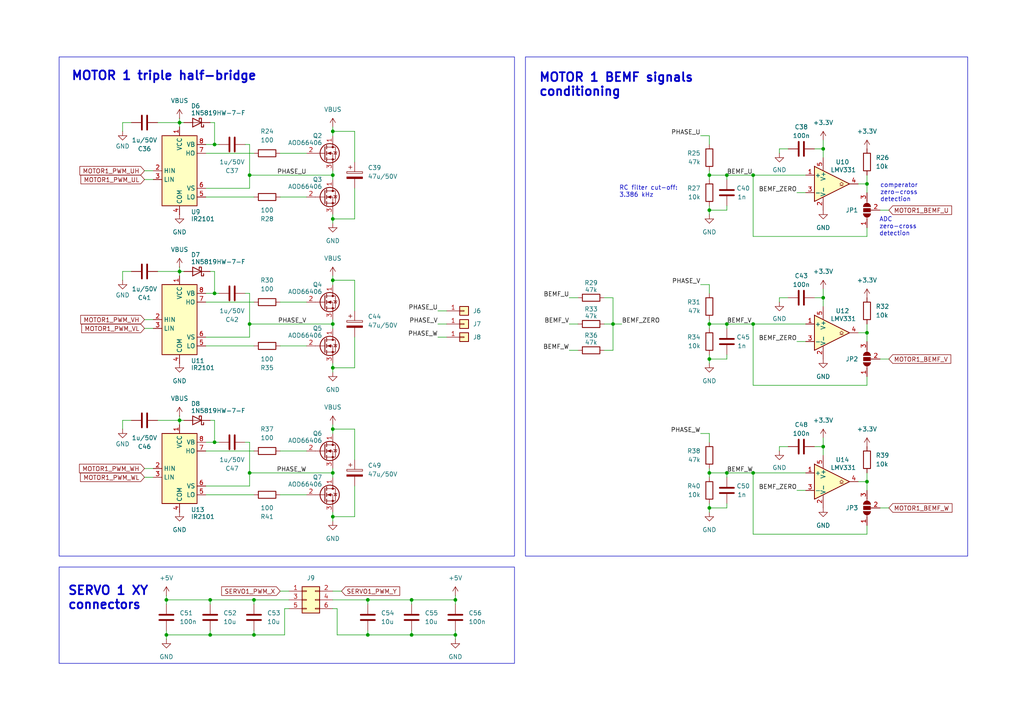
<source format=kicad_sch>
(kicad_sch (version 20231120) (generator "eeschema") (generator_version "8.0")
  (paper "A4")
  (title_block (title "Hogger2 Controller") (date "2024-11-05") (rev "V1.0") (comment 4 "Author: Eryk Możdżeń"))
  (lib_symbols
    (symbol "Comparator:LMV331" (pin_names (offset 0.127))
      (property "Reference" "U" (at 1.27 5.08 0))
      (property "Value" "LMV331" (at 3.81 -5.08 0))
      (symbol "LMV331_1_1"
        (pin input line (at -7.62 2.54 0) (length 2.54) (name "+") (number "1"))
        (pin power_in line (at -2.54 -7.62 90) (length 3.81) (name "V-") (number "2"))
        (pin input line (at -7.62 -2.54 0) (length 2.54) (name "-") (number "3"))
        (pin open_collector line (at 7.62 0 180) (length 2.54) (name "~") (number "4"))
        (pin power_in line (at -2.54 7.62 270) (length 3.81) (name "V+") (number "5"))
      )
    )
    (symbol "Connector_Generic:Conn_01x01" (pin_names (offset 1.016) hide)
      (property "Reference" "J" (at 0 2.54 0))
      (property "Value" "Conn_01x01" (at 0 -2.54 0))
      (symbol "Conn_01x01_1_1"
        (pin passive line (at -5.08 0 0) (length 3.81) (name "Pin_1") (number "1"))
      )
    )
    (symbol "Connector_Generic:Conn_02x03_Odd_Even" (pin_names (offset 1.016) hide)
      (property "Reference" "J" (at 1.27 5.08 0))
      (property "Value" "Conn_02x03_Odd_Even" (at 1.27 -5.08 0))
      (symbol "Conn_02x03_Odd_Even_1_1"
        (pin passive line (at -5.08 2.54 0) (length 3.81) (name "Pin_1") (number "1"))
        (pin passive line (at 7.62 2.54 180) (length 3.81) (name "Pin_2") (number "2"))
        (pin passive line (at -5.08 0 0) (length 3.81) (name "Pin_3") (number "3"))
        (pin passive line (at 7.62 0 180) (length 3.81) (name "Pin_4") (number "4"))
        (pin passive line (at -5.08 -2.54 0) (length 3.81) (name "Pin_5") (number "5"))
        (pin passive line (at 7.62 -2.54 180) (length 3.81) (name "Pin_6") (number "6"))
      )
    )
    (symbol "Device:C" (pin_numbers hide) (pin_names (offset 0.254))
      (property "Reference" "C" (at 0.635 2.54 0))
      (property "Value" "C" (at 0.635 -2.54 0))
      (symbol "C_1_1"
        (pin passive line (at 0 3.81 270) (length 2.794) (name "~") (number "1"))
        (pin passive line (at 0 -3.81 90) (length 2.794) (name "~") (number "2"))
      )
    )
    (symbol "Device:C_Polarized" (pin_numbers hide) (pin_names (offset 0.254))
      (property "Reference" "C" (at 0.635 2.54 0))
      (property "Value" "C_Polarized" (at 0.635 -2.54 0))
      (symbol "C_Polarized_1_1"
        (pin passive line (at 0 3.81 270) (length 2.794) (name "~") (number "1"))
        (pin passive line (at 0 -3.81 90) (length 2.794) (name "~") (number "2"))
      )
    )
    (symbol "Device:D_Schottky" (pin_numbers hide) (pin_names (offset 1.016) hide)
      (property "Reference" "D" (at 0 2.54 0))
      (property "Value" "D_Schottky" (at 0 -2.54 0))
      (symbol "D_Schottky_1_1"
        (pin passive line (at -3.81 0 0) (length 2.54) (name "K") (number "1"))
        (pin passive line (at 3.81 0 180) (length 2.54) (name "A") (number "2"))
      )
    )
    (symbol "Device:Q_NMOS_DGS" (pin_names (offset 0) hide)
      (property "Reference" "Q" (at 5.08 1.27 0))
      (property "Value" "Q_NMOS_DGS" (at 5.08 -1.27 0))
      (symbol "Q_NMOS_DGS_1_1"
        (pin passive line (at 2.54 5.08 270) (length 2.54) (name "D") (number "1"))
        (pin input line (at -5.08 0 0) (length 2.54) (name "G") (number "2"))
        (pin passive line (at 2.54 -5.08 90) (length 2.54) (name "S") (number "3"))
      )
    )
    (symbol "Device:R" (pin_numbers hide) (pin_names (offset 0))
      (property "Reference" "R" (at 2.032 0 90))
      (property "Value" "R" (at 0 0 90))
      (symbol "R_1_1"
        (pin passive line (at 0 3.81 270) (length 1.27) (name "~") (number "1"))
        (pin passive line (at 0 -3.81 90) (length 1.27) (name "~") (number "2"))
      )
    )
    (symbol "Driver_FET:IR2101"
      (property "Reference" "U" (at 1.27 13.335 0))
      (property "Value" "IR2101" (at 1.27 11.43 0))
      (symbol "IR2101_1_1"
        (pin power_in line (at 0 12.7 270) (length 2.54) (name "VCC") (number "1"))
        (pin input line (at -7.62 0 0) (length 2.54) (name "HIN") (number "2"))
        (pin input line (at -7.62 -2.54 0) (length 2.54) (name "LIN") (number "3"))
        (pin power_in line (at 0 -12.7 90) (length 2.54) (name "COM") (number "4"))
        (pin output line (at 7.62 -7.62 180) (length 2.54) (name "LO") (number "5"))
        (pin passive line (at 7.62 -5.08 180) (length 2.54) (name "VS") (number "6"))
        (pin output line (at 7.62 5.08 180) (length 2.54) (name "HO") (number "7"))
        (pin passive line (at 7.62 7.62 180) (length 2.54) (name "VB") (number "8"))
      )
    )
    (symbol "Jumper:SolderJumper_3_Open" (pin_names (offset 0) hide) (exclude_from_sim yes) (in_bom no)
      (property "Reference" "JP" (at -2.54 -2.54 0))
      (property "Value" "SolderJumper_3_Open" (at 0 2.794 0))
      (symbol "SolderJumper_3_Open_1_1"
        (pin passive line (at -5.08 0 0) (length 2.54) (name "A") (number "1"))
        (pin passive line (at 0 -3.81 90) (length 2.54) (name "C") (number "2"))
        (pin passive line (at 5.08 0 180) (length 2.54) (name "B") (number "3"))
      )
    )
    (symbol "VBUS_1" (power) (pin_numbers hide) (pin_names (offset 0) hide)
      (property "Value" "VBUS" (at 0 3.556 0))
      (symbol "VBUS_1_1_1"
        (pin power_in line (at 0 0 90) (length 0) (name "~") (number "1"))
      )
    )
    (symbol "power:+3.3V" (power) (pin_names (offset 0))
      (property "Value" "+3.3V" (at 0 3.556 0))
      (symbol "+3.3V_1_1"
        (pin power_in line (at 0 0 90) (length 0) hide (name "+3.3V") (number "1"))
      )
    )
    (symbol "power:+5V" (power) (pin_numbers hide) (pin_names (offset 0) hide)
      (property "Value" "+5V" (at 0 3.556 0))
      (symbol "+5V_1_1"
        (pin power_in line (at 0 0 90) (length 0) (name "~") (number "1"))
      )
    )
    (symbol "power:GND" (power) (pin_numbers hide) (pin_names (offset 0) hide)
      (property "Value" "GND" (at 0 -3.81 0))
      (symbol "GND_1_1"
        (pin power_in line (at 0 0 270) (length 0) (name "~") (number "1"))
      )
    )
  )
  (junction (at 52.07 121.92))
  (junction (at 205.74 50.8))
  (junction (at 96.52 106.68))
  (junction (at 251.46 53.34))
  (junction (at 72.39 137.16))
  (junction (at 72.39 50.8))
  (junction (at 205.74 104.14))
  (junction (at 205.74 93.98))
  (junction (at 73.66 184.15))
  (junction (at 218.44 50.8))
  (junction (at 60.96 173.99))
  (junction (at 52.07 78.74))
  (junction (at 96.52 38.1))
  (junction (at 96.52 149.86))
  (junction (at 96.52 137.16))
  (junction (at 60.96 184.15))
  (junction (at 205.74 60.96))
  (junction (at 96.52 93.98))
  (junction (at 218.44 137.16))
  (junction (at 72.39 93.98))
  (junction (at 96.52 81.28))
  (junction (at 251.46 139.7))
  (junction (at 96.52 50.8))
  (junction (at 96.52 63.5))
  (junction (at 62.23 41.91))
  (junction (at 48.26 173.99))
  (junction (at 238.76 129.54))
  (junction (at 251.46 96.52))
  (junction (at 177.8 93.98))
  (junction (at 106.68 173.99))
  (junction (at 210.82 93.98))
  (junction (at 119.38 184.15))
  (junction (at 52.07 35.56))
  (junction (at 132.08 173.99))
  (junction (at 238.76 86.36))
  (junction (at 48.26 184.15))
  (junction (at 73.66 173.99))
  (junction (at 210.82 50.8))
  (junction (at 62.23 128.27))
  (junction (at 205.74 137.16))
  (junction (at 132.08 184.15))
  (junction (at 238.76 43.18))
  (junction (at 218.44 93.98))
  (junction (at 210.82 137.16))
  (junction (at 205.74 147.32))
  (junction (at 62.23 85.09))
  (junction (at 119.38 173.99))
  (junction (at 106.68 184.15))
  (junction (at 96.52 124.46))
  (wire (pts (xy 251.46 152.4) (xy 251.46 154.94)))
  (wire (pts (xy 119.38 173.99) (xy 119.38 175.26)))
  (wire (pts (xy 205.74 128.27) (xy 205.74 125.73)))
  (wire (pts (xy 96.52 92.71) (xy 96.52 93.98)))
  (wire (pts (xy 96.52 135.89) (xy 96.52 137.16)))
  (wire (pts (xy 205.74 60.96) (xy 210.82 60.96)))
  (wire (pts (xy 72.39 137.16) (xy 72.39 140.97)))
  (wire (pts (xy 210.82 137.16) (xy 210.82 138.43)))
  (wire (pts (xy 38.1 78.74) (xy 35.56 78.74)))
  (wire (pts (xy 102.87 140.97) (xy 102.87 149.86)))
  (wire (pts (xy 205.74 50.8) (xy 205.74 52.07)))
  (wire (pts (xy 205.74 137.16) (xy 210.82 137.16)))
  (wire (pts (xy 165.1 86.36) (xy 167.64 86.36)))
  (wire (pts (xy 218.44 93.98) (xy 233.68 93.98)))
  (wire (pts (xy 238.76 127) (xy 238.76 129.54)))
  (wire (pts (xy 73.66 173.99) (xy 60.96 173.99)))
  (wire (pts (xy 96.52 38.1) (xy 96.52 39.37)))
  (wire (pts (xy 99.06 171.45) (xy 96.52 171.45)))
  (wire (pts (xy 102.87 38.1) (xy 96.52 38.1)))
  (wire (pts (xy 72.39 50.8) (xy 72.39 54.61)))
  (wire (pts (xy 60.96 78.74) (xy 62.23 78.74)))
  (wire (pts (xy 52.07 121.92) (xy 53.34 121.92)))
  (wire (pts (xy 48.26 184.15) (xy 60.96 184.15)))
  (wire (pts (xy 132.08 172.72) (xy 132.08 173.99)))
  (wire (pts (xy 203.2 82.55) (xy 205.74 82.55)))
  (wire (pts (xy 82.55 176.53) (xy 83.82 176.53)))
  (wire (pts (xy 72.39 93.98) (xy 96.52 93.98)))
  (wire (pts (xy 81.28 171.45) (xy 83.82 171.45)))
  (wire (pts (xy 119.38 173.99) (xy 132.08 173.99)))
  (wire (pts (xy 132.08 182.88) (xy 132.08 184.15)))
  (wire (pts (xy 83.82 173.99) (xy 73.66 173.99)))
  (wire (pts (xy 205.74 50.8) (xy 210.82 50.8)))
  (wire (pts (xy 165.1 101.6) (xy 167.64 101.6)))
  (wire (pts (xy 257.81 60.96) (xy 255.27 60.96)))
  (wire (pts (xy 62.23 41.91) (xy 59.69 41.91)))
  (wire (pts (xy 52.07 78.74) (xy 53.34 78.74)))
  (wire (pts (xy 210.82 50.8) (xy 210.82 52.07)))
  (wire (pts (xy 71.12 41.91) (xy 72.39 41.91)))
  (wire (pts (xy 71.12 85.09) (xy 72.39 85.09)))
  (wire (pts (xy 257.81 104.14) (xy 255.27 104.14)))
  (wire (pts (xy 96.52 49.53) (xy 96.52 50.8)))
  (wire (pts (xy 96.52 106.68) (xy 102.87 106.68)))
  (wire (pts (xy 102.87 81.28) (xy 102.87 90.17)))
  (wire (pts (xy 41.91 52.07) (xy 44.45 52.07)))
  (wire (pts (xy 48.26 184.15) (xy 48.26 185.42)))
  (wire (pts (xy 38.1 35.56) (xy 35.56 35.56)))
  (wire (pts (xy 205.74 147.32) (xy 205.74 146.05)))
  (wire (pts (xy 72.39 85.09) (xy 72.39 93.98)))
  (wire (pts (xy 251.46 68.58) (xy 218.44 68.58)))
  (wire (pts (xy 62.23 78.74) (xy 62.23 85.09)))
  (wire (pts (xy 63.5 41.91) (xy 62.23 41.91)))
  (wire (pts (xy 88.9 44.45) (xy 81.28 44.45)))
  (wire (pts (xy 88.9 57.15) (xy 81.28 57.15)))
  (wire (pts (xy 96.52 62.23) (xy 96.52 63.5)))
  (wire (pts (xy 96.52 63.5) (xy 96.52 64.77)))
  (wire (pts (xy 203.2 39.37) (xy 205.74 39.37)))
  (wire (pts (xy 127 97.79) (xy 129.54 97.79)))
  (wire (pts (xy 73.66 173.99) (xy 73.66 175.26)))
  (wire (pts (xy 62.23 35.56) (xy 62.23 41.91)))
  (wire (pts (xy 231.14 55.88) (xy 233.68 55.88)))
  (wire (pts (xy 72.39 50.8) (xy 96.52 50.8)))
  (wire (pts (xy 62.23 128.27) (xy 59.69 128.27)))
  (wire (pts (xy 228.6 43.18) (xy 226.06 43.18)))
  (wire (pts (xy 248.92 139.7) (xy 251.46 139.7)))
  (wire (pts (xy 228.6 129.54) (xy 226.06 129.54)))
  (wire (pts (xy 205.74 93.98) (xy 210.82 93.98)))
  (wire (pts (xy 210.82 137.16) (xy 218.44 137.16)))
  (wire (pts (xy 205.74 105.41) (xy 205.74 104.14)))
  (wire (pts (xy 226.06 43.18) (xy 226.06 44.45)))
  (wire (pts (xy 251.46 96.52) (xy 251.46 99.06)))
  (wire (pts (xy 41.91 135.89) (xy 44.45 135.89)))
  (wire (pts (xy 205.74 85.09) (xy 205.74 82.55)))
  (wire (pts (xy 59.69 100.33) (xy 73.66 100.33)))
  (wire (pts (xy 96.52 148.59) (xy 96.52 149.86)))
  (wire (pts (xy 71.12 128.27) (xy 72.39 128.27)))
  (wire (pts (xy 210.82 104.14) (xy 210.82 102.87)))
  (wire (pts (xy 88.9 87.63) (xy 81.28 87.63)))
  (wire (pts (xy 96.52 36.83) (xy 96.52 38.1)))
  (wire (pts (xy 251.46 109.22) (xy 251.46 111.76)))
  (wire (pts (xy 210.82 93.98) (xy 218.44 93.98)))
  (wire (pts (xy 205.74 41.91) (xy 205.74 39.37)))
  (wire (pts (xy 205.74 148.59) (xy 205.74 147.32)))
  (wire (pts (xy 73.66 184.15) (xy 73.66 182.88)))
  (wire (pts (xy 175.26 86.36) (xy 177.8 86.36)))
  (wire (pts (xy 132.08 184.15) (xy 132.08 185.42)))
  (wire (pts (xy 96.52 81.28) (xy 96.52 82.55)))
  (wire (pts (xy 218.44 111.76) (xy 218.44 93.98)))
  (wire (pts (xy 102.87 97.79) (xy 102.87 106.68)))
  (wire (pts (xy 102.87 124.46) (xy 102.87 133.35)))
  (wire (pts (xy 205.74 135.89) (xy 205.74 137.16)))
  (wire (pts (xy 35.56 35.56) (xy 35.56 38.1)))
  (wire (pts (xy 132.08 184.15) (xy 119.38 184.15)))
  (wire (pts (xy 63.5 85.09) (xy 62.23 85.09)))
  (wire (pts (xy 210.82 60.96) (xy 210.82 59.69)))
  (wire (pts (xy 96.52 123.19) (xy 96.52 124.46)))
  (wire (pts (xy 72.39 140.97) (xy 59.69 140.97)))
  (wire (pts (xy 205.74 49.53) (xy 205.74 50.8)))
  (wire (pts (xy 238.76 132.08) (xy 238.76 129.54)))
  (wire (pts (xy 251.46 137.16) (xy 251.46 139.7)))
  (wire (pts (xy 35.56 121.92) (xy 35.56 124.46)))
  (wire (pts (xy 106.68 184.15) (xy 97.79 184.15)))
  (wire (pts (xy 60.96 35.56) (xy 62.23 35.56)))
  (wire (pts (xy 251.46 111.76) (xy 218.44 111.76)))
  (wire (pts (xy 231.14 99.06) (xy 233.68 99.06)))
  (wire (pts (xy 41.91 95.25) (xy 44.45 95.25)))
  (wire (pts (xy 228.6 86.36) (xy 226.06 86.36)))
  (wire (pts (xy 106.68 173.99) (xy 119.38 173.99)))
  (wire (pts (xy 60.96 121.92) (xy 62.23 121.92)))
  (wire (pts (xy 238.76 129.54) (xy 236.22 129.54)))
  (wire (pts (xy 102.87 38.1) (xy 102.87 46.99)))
  (wire (pts (xy 119.38 184.15) (xy 119.38 182.88)))
  (wire (pts (xy 62.23 121.92) (xy 62.23 128.27)))
  (wire (pts (xy 210.82 50.8) (xy 218.44 50.8)))
  (wire (pts (xy 205.74 93.98) (xy 205.74 95.25)))
  (wire (pts (xy 45.72 35.56) (xy 52.07 35.56)))
  (wire (pts (xy 59.69 87.63) (xy 73.66 87.63)))
  (wire (pts (xy 96.52 105.41) (xy 96.52 106.68)))
  (wire (pts (xy 205.74 92.71) (xy 205.74 93.98)))
  (wire (pts (xy 96.52 63.5) (xy 102.87 63.5)))
  (wire (pts (xy 205.74 104.14) (xy 205.74 102.87)))
  (wire (pts (xy 226.06 86.36) (xy 226.06 87.63)))
  (wire (pts (xy 231.14 142.24) (xy 233.68 142.24)))
  (wire (pts (xy 127 90.17) (xy 129.54 90.17)))
  (wire (pts (xy 96.52 173.99) (xy 106.68 173.99)))
  (wire (pts (xy 59.69 130.81) (xy 73.66 130.81)))
  (wire (pts (xy 238.76 86.36) (xy 236.22 86.36)))
  (wire (pts (xy 96.52 93.98) (xy 96.52 95.25)))
  (wire (pts (xy 205.74 62.23) (xy 205.74 60.96)))
  (wire (pts (xy 205.74 104.14) (xy 210.82 104.14)))
  (wire (pts (xy 96.52 106.68) (xy 96.52 107.95)))
  (wire (pts (xy 97.79 176.53) (xy 96.52 176.53)))
  (wire (pts (xy 96.52 80.01) (xy 96.52 81.28)))
  (wire (pts (xy 218.44 154.94) (xy 218.44 137.16)))
  (wire (pts (xy 41.91 92.71) (xy 44.45 92.71)))
  (wire (pts (xy 238.76 83.82) (xy 238.76 86.36)))
  (wire (pts (xy 218.44 137.16) (xy 233.68 137.16)))
  (wire (pts (xy 102.87 54.61) (xy 102.87 63.5)))
  (wire (pts (xy 127 93.98) (xy 129.54 93.98)))
  (wire (pts (xy 72.39 41.91) (xy 72.39 50.8)))
  (wire (pts (xy 48.26 172.72) (xy 48.26 173.99)))
  (wire (pts (xy 251.46 66.04) (xy 251.46 68.58)))
  (wire (pts (xy 210.82 147.32) (xy 210.82 146.05)))
  (wire (pts (xy 52.07 34.29) (xy 52.07 35.56)))
  (wire (pts (xy 52.07 35.56) (xy 53.34 35.56)))
  (wire (pts (xy 203.2 125.73) (xy 205.74 125.73)))
  (wire (pts (xy 60.96 184.15) (xy 60.96 182.88)))
  (wire (pts (xy 205.74 60.96) (xy 205.74 59.69)))
  (wire (pts (xy 60.96 184.15) (xy 73.66 184.15)))
  (wire (pts (xy 45.72 121.92) (xy 52.07 121.92)))
  (wire (pts (xy 205.74 147.32) (xy 210.82 147.32)))
  (wire (pts (xy 72.39 54.61) (xy 59.69 54.61)))
  (wire (pts (xy 96.52 137.16) (xy 96.52 138.43)))
  (wire (pts (xy 165.1 93.98) (xy 167.64 93.98)))
  (wire (pts (xy 48.26 173.99) (xy 48.26 175.26)))
  (wire (pts (xy 97.79 184.15) (xy 97.79 176.53)))
  (wire (pts (xy 52.07 35.56) (xy 52.07 36.83)))
  (wire (pts (xy 72.39 93.98) (xy 72.39 97.79)))
  (wire (pts (xy 132.08 173.99) (xy 132.08 175.26)))
  (wire (pts (xy 257.81 147.32) (xy 255.27 147.32)))
  (wire (pts (xy 52.07 121.92) (xy 52.07 123.19)))
  (wire (pts (xy 88.9 100.33) (xy 81.28 100.33)))
  (wire (pts (xy 48.26 182.88) (xy 48.26 184.15)))
  (wire (pts (xy 82.55 184.15) (xy 82.55 176.53)))
  (wire (pts (xy 177.8 93.98) (xy 180.34 93.98)))
  (wire (pts (xy 72.39 128.27) (xy 72.39 137.16)))
  (wire (pts (xy 251.46 154.94) (xy 218.44 154.94)))
  (wire (pts (xy 106.68 173.99) (xy 106.68 175.26)))
  (wire (pts (xy 60.96 173.99) (xy 48.26 173.99)))
  (wire (pts (xy 88.9 143.51) (xy 81.28 143.51)))
  (wire (pts (xy 226.06 129.54) (xy 226.06 130.81)))
  (wire (pts (xy 96.52 50.8) (xy 96.52 52.07)))
  (wire (pts (xy 248.92 96.52) (xy 251.46 96.52)))
  (wire (pts (xy 60.96 173.99) (xy 60.96 175.26)))
  (wire (pts (xy 59.69 57.15) (xy 73.66 57.15)))
  (wire (pts (xy 210.82 93.98) (xy 210.82 95.25)))
  (wire (pts (xy 248.92 53.34) (xy 251.46 53.34)))
  (wire (pts (xy 175.26 93.98) (xy 177.8 93.98)))
  (wire (pts (xy 218.44 50.8) (xy 233.68 50.8)))
  (wire (pts (xy 106.68 184.15) (xy 106.68 182.88)))
  (wire (pts (xy 251.46 53.34) (xy 251.46 55.88)))
  (wire (pts (xy 238.76 88.9) (xy 238.76 86.36)))
  (wire (pts (xy 88.9 130.81) (xy 81.28 130.81)))
  (wire (pts (xy 38.1 121.92) (xy 35.56 121.92)))
  (wire (pts (xy 73.66 184.15) (xy 82.55 184.15)))
  (wire (pts (xy 72.39 97.79) (xy 59.69 97.79)))
  (wire (pts (xy 175.26 101.6) (xy 177.8 101.6)))
  (wire (pts (xy 251.46 50.8) (xy 251.46 53.34)))
  (wire (pts (xy 119.38 184.15) (xy 106.68 184.15)))
  (wire (pts (xy 177.8 86.36) (xy 177.8 93.98)))
  (wire (pts (xy 62.23 85.09) (xy 59.69 85.09)))
  (wire (pts (xy 205.74 137.16) (xy 205.74 138.43)))
  (wire (pts (xy 35.56 78.74) (xy 35.56 81.28)))
  (wire (pts (xy 177.8 93.98) (xy 177.8 101.6)))
  (wire (pts (xy 96.52 124.46) (xy 96.52 125.73)))
  (wire (pts (xy 63.5 128.27) (xy 62.23 128.27)))
  (wire (pts (xy 59.69 143.51) (xy 73.66 143.51)))
  (wire (pts (xy 102.87 124.46) (xy 96.52 124.46)))
  (wire (pts (xy 238.76 43.18) (xy 236.22 43.18)))
  (wire (pts (xy 238.76 45.72) (xy 238.76 43.18)))
  (wire (pts (xy 72.39 137.16) (xy 96.52 137.16)))
  (wire (pts (xy 52.07 77.47) (xy 52.07 78.74)))
  (wire (pts (xy 218.44 50.8) (xy 218.44 68.58)))
  (wire (pts (xy 238.76 40.64) (xy 238.76 43.18)))
  (wire (pts (xy 41.91 138.43) (xy 44.45 138.43)))
  (wire (pts (xy 45.72 78.74) (xy 52.07 78.74)))
  (wire (pts (xy 96.52 149.86) (xy 96.52 151.13)))
  (wire (pts (xy 96.52 149.86) (xy 102.87 149.86)))
  (wire (pts (xy 52.07 78.74) (xy 52.07 80.01)))
  (wire (pts (xy 52.07 120.65) (xy 52.07 121.92)))
  (wire (pts (xy 102.87 81.28) (xy 96.52 81.28)))
  (wire (pts (xy 41.91 49.53) (xy 44.45 49.53)))
  (wire (pts (xy 251.46 93.98) (xy 251.46 96.52)))
  (wire (pts (xy 59.69 44.45) (xy 73.66 44.45)))
  (wire (pts (xy 251.46 139.7) (xy 251.46 142.24)))
  (rectangle (start 152.4 16.51) (end 280.67 161.29))
  (rectangle (start 17.145 16.51) (end 149.225 161.29))
  (rectangle (start 17.145 164.465) (end 149.225 192.405))
  (text "RC filter cut-off:\n3.386 kHz" (at 179.578 55.626 0) (effects (font (size 1.27 1.27)) (justify left)))
  (text "ADC\nzero-cross\ndetection" (at 255.016 65.786 0) (effects (font (size 1.27 1.27)) (justify left)))
  (text "MOTOR 1 BEMF signals\nconditioning" (at 156.21 24.638 0) (effects (font (size 2.54 2.54) (thickness 0.508) (bold yes)) (justify left)))
  (text "MOTOR 1 triple half-bridge" (at 20.574 22.098 0) (effects (font (size 2.54 2.54) (thickness 0.508) (bold yes)) (justify left)))
  (text "comperator\nzero-cross\ndetection" (at 255.27 55.88 0) (effects (font (size 1.27 1.27)) (justify left)))
  (text "SERVO 1 XY\nconnectors" (at 19.558 173.482 0) (effects (font (size 2.54 2.54) (thickness 0.508) (bold yes)) (justify left)))
  (label "BEMF_ZERO" (at 231.14 55.88 180))
  (label "BEMF_V" (at 210.82 93.98 0))
  (label "BEMF_W" (at 210.82 137.16 0))
  (label "PHASE_V" (at 203.2 82.55 180))
  (label "PHASE_U" (at 88.9 50.8 180))
  (label "PHASE_U" (at 127 90.17 180))
  (label "BEMF_U" (at 165.1 86.36 180))
  (label "PHASE_W" (at 203.2 125.73 180))
  (label "PHASE_U" (at 203.2 39.37 180))
  (label "BEMF_V" (at 165.1 93.98 180))
  (label "BEMF_ZERO" (at 180.34 93.98 0))
  (label "BEMF_ZERO" (at 231.14 142.24 180))
  (label "BEMF_U" (at 210.82 50.8 0))
  (label "PHASE_V" (at 127 93.98 180))
  (label "BEMF_ZERO" (at 231.14 99.06 180))
  (label "PHASE_V" (at 88.9 93.98 180))
  (label "PHASE_W" (at 127 97.79 180))
  (label "BEMF_W" (at 165.1 101.6 180))
  (label "PHASE_W" (at 88.9 137.16 180))
  (global_label "SERVO1_PWM_X" (shape input) (at 81.28 171.45 180) (property "Intersheetrefs" "${INTERSHEET_REFS}" (effects (hide yes))))
  (global_label "MOTOR1_PWM_UH" (shape input) (at 41.91 49.53 180) (property "Intersheetrefs" "${INTERSHEET_REFS}" (effects (hide yes))))
  (global_label "MOTOR1_PWM_UL" (shape input) (at 41.91 52.07 180) (property "Intersheetrefs" "${INTERSHEET_REFS}" (effects (hide yes))))
  (global_label "SERVO1_PWM_Y" (shape input) (at 99.06 171.45 0) (property "Intersheetrefs" "${INTERSHEET_REFS}" (effects (hide yes))))
  (global_label "MOTOR1_PWM_WH" (shape input) (at 41.91 135.89 180) (property "Intersheetrefs" "${INTERSHEET_REFS}" (effects (hide yes))))
  (global_label "MOTOR1_PWM_WL" (shape input) (at 41.91 138.43 180) (property "Intersheetrefs" "${INTERSHEET_REFS}" (effects (hide yes))))
  (global_label "MOTOR1_BEMF_W" (shape input) (at 257.81 147.32 0) (property "Intersheetrefs" "${INTERSHEET_REFS}" (effects (hide yes))))
  (global_label "MOTOR1_PWM_VL" (shape input) (at 41.91 95.25 180) (property "Intersheetrefs" "${INTERSHEET_REFS}" (effects (hide yes))))
  (global_label "MOTOR1_PWM_VH" (shape input) (at 41.91 92.71 180) (property "Intersheetrefs" "${INTERSHEET_REFS}" (effects (hide yes))))
  (global_label "MOTOR1_BEMF_V" (shape input) (at 257.81 104.14 0) (property "Intersheetrefs" "${INTERSHEET_REFS}" (effects (hide yes))))
  (global_label "MOTOR1_BEMF_U" (shape input) (at 257.81 60.96 0) (property "Intersheetrefs" "${INTERSHEET_REFS}" (effects (hide yes))))
  (symbol (lib_id "Device:R") (at 205.74 132.08 0) (mirror y) (unit 1)
    (property "Reference" "R38" (at 203.2 130.8099 0) (effects (justify left)))
    (property "Value" "47k" (at 203.2 133.3499 0) (effects (justify left)))
    (property "Footprint" "Resistor_SMD:R_0603_1608Metric" (effects (hide yes)))
    (property "Description" "Resistor" (effects (hide yes)))
  )
  (symbol (lib_id "Jumper:SolderJumper_3_Open") (at 251.46 60.96 90) (unit 1) (exclude_from_sim yes) (in_bom no)
    (property "Reference" "JP1" (at 248.92 60.9599 90) (effects (justify left)))
    (property "Value" "SolderJumper_3_Open" (effects (hide yes)))
    (property "Footprint" "Jumper:SolderJumper-3_P1.3mm_Open_RoundedPad1.0x1.5mm" (effects (hide yes)))
    (property "Description" "Solder Jumper, 3-pole, open" (effects (hide yes)))
  )
  (symbol (lib_id "Device:C") (at 232.41 129.54 90) (unit 1)
    (property "Reference" "C48" (at 232.41 123.19 90))
    (property "Value" "100n" (at 232.41 125.73 90))
    (property "Footprint" "Capacitor_SMD:C_0603_1608Metric" (effects (hide yes)))
    (property "Description" "Unpolarized capacitor" (effects (hide yes)))
  )
  (symbol (lib_id "Device:C") (at 132.08 179.07 0) (unit 1)
    (property "Reference" "C56" (at 135.89 177.7999 0) (effects (justify left)))
    (property "Value" "100n" (at 135.89 180.3399 0) (effects (justify left)))
    (property "Footprint" "Capacitor_SMD:C_0603_1608Metric" (effects (hide yes)))
    (property "Description" "Unpolarized capacitor" (effects (hide yes)))
  )
  (symbol (lib_id "Device:Q_NMOS_DGS") (at 93.98 143.51 0) (unit 1)
    (property "Reference" "Q7" (at 93.472 138.43 0) (effects (justify right)))
    (property "Value" "AOD66406" (at 93.472 140.462 0) (effects (justify right)))
    (property "Footprint" "Package_TO_SOT_SMD:TO-252-2" (effects (hide yes)))
    (property "Description" "N-MOSFET transistor, drain/gate/source" (effects (hide yes)))
  )
  (symbol (lib_id "Comparator:LMV331") (at 241.3 96.52 0) (unit 1)
    (property "Reference" "U12" (at 244.348 90.17 0))
    (property "Value" "LMV331" (at 244.602 92.456 0))
    (property "Footprint" "Package_TO_SOT_SMD:SOT-23-5" (effects (hide yes)))
    (property "Datasheet" "http://www.ti.com/lit/ds/symlink/lmv331.pdf" (effects (hide yes)))
    (property "Description" "Single General-Purpose Low-Voltage Comparator, SOT-23-5/SC-70-5" (effects (hide yes)))
  )
  (symbol (lib_id "power:GND") (at 226.06 130.81 0) (unit 1)
    (property "Reference" "#PWR0110" (effects (hide yes)))
    (property "Value" "GND" (at 226.06 135.636 0))
    (property "Description" "Power symbol creates a global label with name \"GND\" , ground" (effects (hide yes)))
  )
  (symbol (lib_id "Device:R") (at 251.46 133.35 0) (unit 1)
    (property "Reference" "R39" (at 254 132.0799 0) (effects (justify left)))
    (property "Value" "10k" (at 254 134.6199 0) (effects (justify left)))
    (property "Footprint" "Resistor_SMD:R_0603_1608Metric" (effects (hide yes)))
    (property "Description" "Resistor" (effects (hide yes)))
  )
  (symbol (lib_id "Device:R") (at 205.74 88.9 0) (mirror y) (unit 1)
    (property "Reference" "R31" (at 203.2 87.6299 0) (effects (justify left)))
    (property "Value" "47k" (at 203.2 90.1699 0) (effects (justify left)))
    (property "Footprint" "Resistor_SMD:R_0603_1608Metric" (effects (hide yes)))
    (property "Description" "Resistor" (effects (hide yes)))
  )
  (symbol (lib_id "Device:R") (at 251.46 46.99 0) (unit 1)
    (property "Reference" "R26" (at 254 45.7199 0) (effects (justify left)))
    (property "Value" "10k" (at 254 48.2599 0) (effects (justify left)))
    (property "Footprint" "Resistor_SMD:R_0603_1608Metric" (effects (hide yes)))
    (property "Description" "Resistor" (effects (hide yes)))
  )
  (symbol (lib_id "Device:C") (at 210.82 99.06 0) (unit 1)
    (property "Reference" "C45" (at 213.614 97.79 0) (effects (justify left)))
    (property "Value" "1n" (at 213.868 100.33 0) (effects (justify left)))
    (property "Footprint" "Capacitor_SMD:C_0603_1608Metric" (effects (hide yes)))
    (property "Description" "Unpolarized capacitor" (effects (hide yes)))
  )
  (symbol (lib_id "Comparator:LMV331") (at 241.3 53.34 0) (unit 1)
    (property "Reference" "U10" (at 244.348 46.99 0))
    (property "Value" "LMV331" (at 244.602 49.276 0))
    (property "Footprint" "Package_TO_SOT_SMD:SOT-23-5" (effects (hide yes)))
    (property "Datasheet" "http://www.ti.com/lit/ds/symlink/lmv331.pdf" (effects (hide yes)))
    (property "Description" "Single General-Purpose Low-Voltage Comparator, SOT-23-5/SC-70-5" (effects (hide yes)))
  )
  (symbol (lib_name "VBUS_1") (lib_id "power:VBUS") (at 52.07 34.29 0) (unit 1)
    (property "Reference" "#PWR085" (effects (hide yes)))
    (property "Value" "VBUS" (at 52.07 29.21 0))
    (property "Description" "Power symbol creates a global label with name \"VBUS\"" (effects (hide yes)))
  )
  (symbol (lib_id "power:GND") (at 52.07 62.23 0) (unit 1)
    (property "Reference" "#PWR092" (effects (hide yes)))
    (property "Value" "GND" (at 52.07 67.31 0))
    (property "Description" "Power symbol creates a global label with name \"GND\" , ground" (effects (hide yes)))
  )
  (symbol (lib_id "power:GND") (at 238.76 104.14 0) (unit 1)
    (property "Reference" "#PWR0101" (effects (hide yes)))
    (property "Value" "GND" (at 238.76 109.22 0))
    (property "Description" "Power symbol creates a global label with name \"GND\" , ground" (effects (hide yes)))
  )
  (symbol (lib_name "VBUS_1") (lib_id "power:VBUS") (at 96.52 80.01 0) (unit 1)
    (property "Reference" "#PWR096" (effects (hide yes)))
    (property "Value" "VBUS" (at 96.52 74.93 0))
    (property "Description" "Power symbol creates a global label with name \"VBUS\"" (effects (hide yes)))
  )
  (symbol (lib_id "power:GND") (at 205.74 105.41 0) (unit 1)
    (property "Reference" "#PWR0103" (effects (hide yes)))
    (property "Value" "GND" (at 205.74 110.49 0))
    (property "Description" "Power symbol creates a global label with name \"GND\" , ground" (effects (hide yes)))
  )
  (symbol (lib_id "Device:C") (at 60.96 179.07 0) (unit 1)
    (property "Reference" "C52" (at 64.77 177.7999 0) (effects (justify left)))
    (property "Value" "10u" (at 64.77 180.3399 0) (effects (justify left)))
    (property "Footprint" "Capacitor_SMD:C_0603_1608Metric" (effects (hide yes)))
    (property "Description" "Unpolarized capacitor" (effects (hide yes)))
  )
  (symbol (lib_id "power:GND") (at 205.74 62.23 0) (unit 1)
    (property "Reference" "#PWR093" (effects (hide yes)))
    (property "Value" "GND" (at 205.74 67.31 0))
    (property "Description" "Power symbol creates a global label with name \"GND\" , ground" (effects (hide yes)))
  )
  (symbol (lib_id "power:GND") (at 205.74 148.59 0) (unit 1)
    (property "Reference" "#PWR0113" (effects (hide yes)))
    (property "Value" "GND" (at 205.74 153.67 0))
    (property "Description" "Power symbol creates a global label with name \"GND\" , ground" (effects (hide yes)))
  )
  (symbol (lib_id "Device:D_Schottky") (at 57.15 78.74 180) (unit 1)
    (property "Reference" "D7" (at 55.372 73.914 0) (effects (justify right)))
    (property "Value" "1N5819HW-7-F" (at 55.372 75.946 0) (effects (justify right)))
    (property "Footprint" "Diode_SMD:Nexperia_CFP3_SOD-123W" (effects (hide yes)))
    (property "Description" "Schottky diode" (effects (hide yes)))
  )
  (symbol (lib_name "VBUS_1") (lib_id "power:VBUS") (at 96.52 36.83 0) (unit 1)
    (property "Reference" "#PWR086" (effects (hide yes)))
    (property "Value" "VBUS" (at 96.52 31.75 0))
    (property "Description" "Power symbol creates a global label with name \"VBUS\"" (effects (hide yes)))
  )
  (symbol (lib_id "Device:C") (at 67.31 128.27 90) (unit 1)
    (property "Reference" "C47" (at 67.31 135.89 90))
    (property "Value" "1u/50V" (at 67.31 133.35 90))
    (property "Footprint" "Capacitor_SMD:C_0603_1608Metric" (effects (hide yes)))
    (property "Description" "Unpolarized capacitor" (effects (hide yes)))
  )
  (symbol (lib_id "Device:C_Polarized") (at 102.87 50.8 0) (unit 1)
    (property "Reference" "C39" (at 106.68 48.6409 0) (effects (justify left)))
    (property "Value" "47u/50V" (at 106.68 51.1809 0) (effects (justify left)))
    (property "Footprint" "Capacitor_SMD:CP_Elec_6.3x7.7" (effects (hide yes)))
    (property "Description" "Polarized capacitor" (effects (hide yes)))
  )
  (symbol (lib_name "VBUS_1") (lib_id "power:VBUS") (at 52.07 120.65 0) (unit 1)
    (property "Reference" "#PWR0105" (effects (hide yes)))
    (property "Value" "VBUS" (at 52.07 115.57 0))
    (property "Description" "Power symbol creates a global label with name \"VBUS\"" (effects (hide yes)))
  )
  (symbol (lib_id "Jumper:SolderJumper_3_Open") (at 251.46 104.14 90) (unit 1) (exclude_from_sim yes) (in_bom no)
    (property "Reference" "JP2" (at 248.92 104.1399 90) (effects (justify left)))
    (property "Value" "SolderJumper_3_Open" (effects (hide yes)))
    (property "Footprint" "Jumper:SolderJumper-3_P1.3mm_Open_RoundedPad1.0x1.5mm" (effects (hide yes)))
    (property "Description" "Solder Jumper, 3-pole, open" (effects (hide yes)))
  )
  (symbol (lib_id "Device:Q_NMOS_DGS") (at 93.98 100.33 0) (unit 1)
    (property "Reference" "Q5" (at 93.472 95.25 0) (effects (justify right)))
    (property "Value" "AOD66406" (at 93.472 97.282 0) (effects (justify right)))
    (property "Footprint" "Package_TO_SOT_SMD:TO-252-2" (effects (hide yes)))
    (property "Description" "N-MOSFET transistor, drain/gate/source" (effects (hide yes)))
  )
  (symbol (lib_id "Device:D_Schottky") (at 57.15 121.92 180) (unit 1)
    (property "Reference" "D8" (at 55.372 117.094 0) (effects (justify right)))
    (property "Value" "1N5819HW-7-F" (at 55.372 119.126 0) (effects (justify right)))
    (property "Footprint" "Diode_SMD:Nexperia_CFP3_SOD-123W" (effects (hide yes)))
    (property "Description" "Schottky diode" (effects (hide yes)))
  )
  (symbol (lib_name "VBUS_1") (lib_id "power:VBUS") (at 52.07 77.47 0) (unit 1)
    (property "Reference" "#PWR095" (effects (hide yes)))
    (property "Value" "VBUS" (at 52.07 72.39 0))
    (property "Description" "Power symbol creates a global label with name \"VBUS\"" (effects (hide yes)))
  )
  (symbol (lib_id "Device:R") (at 205.74 45.72 0) (mirror y) (unit 1)
    (property "Reference" "R25" (at 203.2 44.4499 0) (effects (justify left)))
    (property "Value" "47k" (at 203.2 46.9899 0) (effects (justify left)))
    (property "Footprint" "Resistor_SMD:R_0603_1608Metric" (effects (hide yes)))
    (property "Description" "Resistor" (effects (hide yes)))
  )
  (symbol (lib_id "Device:R") (at 77.47 130.81 90) (unit 1)
    (property "Reference" "R37" (at 77.47 124.46 90))
    (property "Value" "100" (at 77.47 127 90))
    (property "Footprint" "Resistor_SMD:R_0603_1608Metric" (effects (hide yes)))
    (property "Description" "Resistor" (effects (hide yes)))
  )
  (symbol (lib_id "Device:C") (at 73.66 179.07 0) (unit 1)
    (property "Reference" "C53" (at 77.47 177.7999 0) (effects (justify left)))
    (property "Value" "10u" (at 77.47 180.3399 0) (effects (justify left)))
    (property "Footprint" "Capacitor_SMD:C_0603_1608Metric" (effects (hide yes)))
    (property "Description" "Unpolarized capacitor" (effects (hide yes)))
  )
  (symbol (lib_id "Device:Q_NMOS_DGS") (at 93.98 57.15 0) (unit 1)
    (property "Reference" "Q3" (at 93.472 52.07 0) (effects (justify right)))
    (property "Value" "AOD66406" (at 93.472 54.102 0) (effects (justify right)))
    (property "Footprint" "Package_TO_SOT_SMD:TO-252-2" (effects (hide yes)))
    (property "Description" "N-MOSFET transistor, drain/gate/source" (effects (hide yes)))
  )
  (symbol (lib_id "power:GND") (at 238.76 147.32 0) (unit 1)
    (property "Reference" "#PWR0111" (effects (hide yes)))
    (property "Value" "GND" (at 238.76 152.4 0))
    (property "Description" "Power symbol creates a global label with name \"GND\" , ground" (effects (hide yes)))
  )
  (symbol (lib_id "power:GND") (at 52.07 105.41 0) (unit 1)
    (property "Reference" "#PWR0102" (effects (hide yes)))
    (property "Value" "GND" (at 52.07 110.49 0))
    (property "Description" "Power symbol creates a global label with name \"GND\" , ground" (effects (hide yes)))
  )
  (symbol (lib_id "power:+5V") (at 132.08 172.72 0) (mirror y) (unit 1)
    (property "Reference" "#PWR0116" (effects (hide yes)))
    (property "Value" "+5V" (at 132.08 167.64 0))
    (property "Description" "Power symbol creates a global label with name \"+5V\"" (effects (hide yes)))
  )
  (symbol (lib_id "power:+3.3V") (at 238.76 40.64 0) (unit 1)
    (property "Reference" "#PWR088" (effects (hide yes)))
    (property "Value" "+3.3V" (at 238.76 35.56 0))
    (property "Description" "Power symbol creates a global label with name \"+3.3V\"" (effects (hide yes)))
  )
  (symbol (lib_id "Driver_FET:IR2101") (at 52.07 49.53 0) (unit 1)
    (property "Reference" "U9" (at 55.372 61.468 0) (effects (justify left)))
    (property "Value" "IR2101" (at 55.372 63.5 0) (effects (justify left)))
    (property "Footprint" "Package_SO:SOIC-8_3.9x4.9mm_P1.27mm" (effects (hide yes)))
    (property "Datasheet" "https://www.infineon.com/dgdl/ir2101.pdf?fileId=5546d462533600a4015355c7a755166c" (effects (hide yes)))
    (property "Description" "High and Low Side Driver, 600V, 210/360mA, PDIP-8/SOIC-8" (effects (hide yes)))
  )
  (symbol (lib_id "Device:R") (at 171.45 101.6 90) (unit 1)
    (property "Reference" "R36" (at 171.45 97.282 90))
    (property "Value" "47k" (at 171.45 99.314 90))
    (property "Footprint" "Resistor_SMD:R_0603_1608Metric" (effects (hide yes)))
    (property "Description" "Resistor" (effects (hide yes)))
  )
  (symbol (lib_id "Device:C") (at 67.31 85.09 90) (unit 1)
    (property "Reference" "C42" (at 67.31 92.71 90))
    (property "Value" "1u/50V" (at 67.31 90.17 90))
    (property "Footprint" "Capacitor_SMD:C_0603_1608Metric" (effects (hide yes)))
    (property "Description" "Unpolarized capacitor" (effects (hide yes)))
  )
  (symbol (lib_id "Driver_FET:IR2101") (at 52.07 92.71 0) (unit 1)
    (property "Reference" "U11" (at 55.372 104.648 0) (effects (justify left)))
    (property "Value" "IR2101" (at 55.372 106.68 0) (effects (justify left)))
    (property "Footprint" "Package_SO:SOIC-8_3.9x4.9mm_P1.27mm" (effects (hide yes)))
    (property "Datasheet" "https://www.infineon.com/dgdl/ir2101.pdf?fileId=5546d462533600a4015355c7a755166c" (effects (hide yes)))
    (property "Description" "High and Low Side Driver, 600V, 210/360mA, PDIP-8/SOIC-8" (effects (hide yes)))
  )
  (symbol (lib_id "Device:R") (at 77.47 57.15 90) (mirror x) (unit 1)
    (property "Reference" "R28" (at 77.47 63.5 90))
    (property "Value" "100" (at 77.47 60.96 90))
    (property "Footprint" "Resistor_SMD:R_0603_1608Metric" (effects (hide yes)))
    (property "Description" "Resistor" (effects (hide yes)))
  )
  (symbol (lib_id "power:GND") (at 96.52 107.95 0) (unit 1)
    (property "Reference" "#PWR0104" (effects (hide yes)))
    (property "Value" "GND" (at 96.52 113.03 0))
    (property "Description" "Power symbol creates a global label with name \"GND\" , ground" (effects (hide yes)))
  )
  (symbol (lib_id "Comparator:LMV331") (at 241.3 139.7 0) (unit 1)
    (property "Reference" "U14" (at 244.348 133.35 0))
    (property "Value" "LMV331" (at 244.602 135.636 0))
    (property "Footprint" "Package_TO_SOT_SMD:SOT-23-5" (effects (hide yes)))
    (property "Datasheet" "http://www.ti.com/lit/ds/symlink/lmv331.pdf" (effects (hide yes)))
    (property "Description" "Single General-Purpose Low-Voltage Comparator, SOT-23-5/SC-70-5" (effects (hide yes)))
  )
  (symbol (lib_id "Device:R") (at 205.74 55.88 0) (mirror y) (unit 1)
    (property "Reference" "R27" (at 203.2 54.6099 0) (effects (justify left)))
    (property "Value" "10k" (at 203.2 57.1499 0) (effects (justify left)))
    (property "Footprint" "Resistor_SMD:R_0603_1608Metric" (effects (hide yes)))
    (property "Description" "Resistor" (effects (hide yes)))
  )
  (symbol (lib_id "power:+3.3V") (at 238.76 127 0) (unit 1)
    (property "Reference" "#PWR0108" (effects (hide yes)))
    (property "Value" "+3.3V" (at 238.76 121.92 0))
    (property "Description" "Power symbol creates a global label with name \"+3.3V\"" (effects (hide yes)))
  )
  (symbol (lib_id "Device:R") (at 171.45 93.98 90) (unit 1)
    (property "Reference" "R33" (at 171.45 89.662 90))
    (property "Value" "47k" (at 171.45 91.694 90))
    (property "Footprint" "Resistor_SMD:R_0603_1608Metric" (effects (hide yes)))
    (property "Description" "Resistor" (effects (hide yes)))
  )
  (symbol (lib_id "Device:R") (at 171.45 86.36 90) (unit 1)
    (property "Reference" "R29" (at 171.45 82.042 90))
    (property "Value" "47k" (at 171.45 84.074 90))
    (property "Footprint" "Resistor_SMD:R_0603_1608Metric" (effects (hide yes)))
    (property "Description" "Resistor" (effects (hide yes)))
  )
  (symbol (lib_id "power:GND") (at 35.56 38.1 0) (unit 1)
    (property "Reference" "#PWR087" (effects (hide yes)))
    (property "Value" "GND" (at 35.56 42.418 0))
    (property "Description" "Power symbol creates a global label with name \"GND\" , ground" (effects (hide yes)))
  )
  (symbol (lib_id "Device:C") (at 48.26 179.07 0) (unit 1)
    (property "Reference" "C51" (at 52.07 177.7999 0) (effects (justify left)))
    (property "Value" "100n" (at 52.07 180.3399 0) (effects (justify left)))
    (property "Footprint" "Capacitor_SMD:C_0603_1608Metric" (effects (hide yes)))
    (property "Description" "Unpolarized capacitor" (effects (hide yes)))
  )
  (symbol (lib_id "Device:C") (at 41.91 78.74 90) (unit 1)
    (property "Reference" "C41" (at 41.91 86.36 90))
    (property "Value" "1u/50V" (at 41.91 83.82 90))
    (property "Footprint" "Capacitor_SMD:C_0603_1608Metric" (effects (hide yes)))
    (property "Description" "Unpolarized capacitor" (effects (hide yes)))
  )
  (symbol (lib_id "power:+3.3V") (at 251.46 129.54 0) (unit 1)
    (property "Reference" "#PWR0109" (effects (hide yes)))
    (property "Value" "+3.3V" (at 251.46 124.46 0))
    (property "Description" "Power symbol creates a global label with name \"+3.3V\"" (effects (hide yes)))
  )
  (symbol (lib_id "Connector_Generic:Conn_01x01") (at 134.62 97.79 0) (unit 1)
    (property "Reference" "J8" (at 137.16 97.7899 0) (effects (justify left)))
    (property "Value" "Conn_01x01" (effects (hide yes)))
    (property "Footprint" "Connector_Wire:SolderWire-2.5sqmm_1x01_D2.4mm_OD4.4mm" (effects (hide yes)))
    (property "Description" "Generic connector, single row, 01x01, script generated (kicad-library-utils/schlib/autogen/connector/)" (effects (hide yes)))
  )
  (symbol (lib_id "Device:C") (at 67.31 41.91 90) (unit 1)
    (property "Reference" "C37" (at 67.31 49.53 90))
    (property "Value" "1u/50V" (at 67.31 46.99 90))
    (property "Footprint" "Capacitor_SMD:C_0603_1608Metric" (effects (hide yes)))
    (property "Description" "Unpolarized capacitor" (effects (hide yes)))
  )
  (symbol (lib_id "Device:C") (at 41.91 35.56 90) (unit 1)
    (property "Reference" "C36" (at 41.91 43.18 90))
    (property "Value" "1u/50V" (at 41.91 40.64 90))
    (property "Footprint" "Capacitor_SMD:C_0603_1608Metric" (effects (hide yes)))
    (property "Description" "Unpolarized capacitor" (effects (hide yes)))
  )
  (symbol (lib_id "Device:R") (at 251.46 90.17 0) (unit 1)
    (property "Reference" "R32" (at 254 88.8999 0) (effects (justify left)))
    (property "Value" "10k" (at 254 91.4399 0) (effects (justify left)))
    (property "Footprint" "Resistor_SMD:R_0603_1608Metric" (effects (hide yes)))
    (property "Description" "Resistor" (effects (hide yes)))
  )
  (symbol (lib_id "Device:C") (at 41.91 121.92 90) (unit 1)
    (property "Reference" "C46" (at 41.91 129.54 90))
    (property "Value" "1u/50V" (at 41.91 127 90))
    (property "Footprint" "Capacitor_SMD:C_0603_1608Metric" (effects (hide yes)))
    (property "Description" "Unpolarized capacitor" (effects (hide yes)))
  )
  (symbol (lib_id "power:GND") (at 132.08 185.42 0) (mirror y) (unit 1)
    (property "Reference" "#PWR0118" (effects (hide yes)))
    (property "Value" "GND" (at 132.08 190.5 0))
    (property "Description" "Power symbol creates a global label with name \"GND\" , ground" (effects (hide yes)))
  )
  (symbol (lib_id "Device:R") (at 205.74 99.06 0) (mirror y) (unit 1)
    (property "Reference" "R34" (at 203.2 97.7899 0) (effects (justify left)))
    (property "Value" "10k" (at 203.2 100.3299 0) (effects (justify left)))
    (property "Footprint" "Resistor_SMD:R_0603_1608Metric" (effects (hide yes)))
    (property "Description" "Resistor" (effects (hide yes)))
  )
  (symbol (lib_id "Device:R") (at 77.47 100.33 90) (mirror x) (unit 1)
    (property "Reference" "R35" (at 77.47 106.68 90))
    (property "Value" "100" (at 77.47 104.14 90))
    (property "Footprint" "Resistor_SMD:R_0603_1608Metric" (effects (hide yes)))
    (property "Description" "Resistor" (effects (hide yes)))
  )
  (symbol (lib_id "Jumper:SolderJumper_3_Open") (at 251.46 147.32 90) (unit 1) (exclude_from_sim yes) (in_bom no)
    (property "Reference" "JP3" (at 248.92 147.3199 90) (effects (justify left)))
    (property "Value" "SolderJumper_3_Open" (effects (hide yes)))
    (property "Footprint" "Jumper:SolderJumper-3_P1.3mm_Open_RoundedPad1.0x1.5mm" (effects (hide yes)))
    (property "Description" "Solder Jumper, 3-pole, open" (effects (hide yes)))
  )
  (symbol (lib_id "Device:C") (at 232.41 86.36 90) (unit 1)
    (property "Reference" "C43" (at 232.41 80.01 90))
    (property "Value" "100n" (at 232.41 82.55 90))
    (property "Footprint" "Capacitor_SMD:C_0603_1608Metric" (effects (hide yes)))
    (property "Description" "Unpolarized capacitor" (effects (hide yes)))
  )
  (symbol (lib_id "Device:Q_NMOS_DGS") (at 93.98 44.45 0) (unit 1)
    (property "Reference" "Q2" (at 93.472 39.37 0) (effects (justify right)))
    (property "Value" "AOD66406" (at 93.472 41.402 0) (effects (justify right)))
    (property "Footprint" "Package_TO_SOT_SMD:TO-252-2" (effects (hide yes)))
    (property "Description" "N-MOSFET transistor, drain/gate/source" (effects (hide yes)))
  )
  (symbol (lib_id "Device:C_Polarized") (at 102.87 137.16 0) (unit 1)
    (property "Reference" "C49" (at 106.68 135.0009 0) (effects (justify left)))
    (property "Value" "47u/50V" (at 106.68 137.5409 0) (effects (justify left)))
    (property "Footprint" "Capacitor_SMD:CP_Elec_6.3x7.7" (effects (hide yes)))
    (property "Description" "Polarized capacitor" (effects (hide yes)))
  )
  (symbol (lib_id "Device:C") (at 119.38 179.07 0) (unit 1)
    (property "Reference" "C55" (at 123.19 177.7999 0) (effects (justify left)))
    (property "Value" "10u" (at 123.19 180.3399 0) (effects (justify left)))
    (property "Footprint" "Capacitor_SMD:C_0603_1608Metric" (effects (hide yes)))
    (property "Description" "Unpolarized capacitor" (effects (hide yes)))
  )
  (symbol (lib_id "Connector_Generic:Conn_01x01") (at 134.62 90.17 0) (unit 1)
    (property "Reference" "J6" (at 137.16 90.1699 0) (effects (justify left)))
    (property "Value" "Conn_01x01" (effects (hide yes)))
    (property "Footprint" "Connector_Wire:SolderWire-2.5sqmm_1x01_D2.4mm_OD4.4mm" (effects (hide yes)))
    (property "Description" "Generic connector, single row, 01x01, script generated (kicad-library-utils/schlib/autogen/connector/)" (effects (hide yes)))
  )
  (symbol (lib_id "Device:R") (at 77.47 87.63 90) (unit 1)
    (property "Reference" "R30" (at 77.47 81.28 90))
    (property "Value" "100" (at 77.47 83.82 90))
    (property "Footprint" "Resistor_SMD:R_0603_1608Metric" (effects (hide yes)))
    (property "Description" "Resistor" (effects (hide yes)))
  )
  (symbol (lib_id "Device:D_Schottky") (at 57.15 35.56 180) (unit 1)
    (property "Reference" "D6" (at 55.372 30.734 0) (effects (justify right)))
    (property "Value" "1N5819HW-7-F" (at 55.372 32.766 0) (effects (justify right)))
    (property "Footprint" "Diode_SMD:Nexperia_CFP3_SOD-123W" (effects (hide yes)))
    (property "Description" "Schottky diode" (effects (hide yes)))
  )
  (symbol (lib_id "Device:Q_NMOS_DGS") (at 93.98 130.81 0) (unit 1)
    (property "Reference" "Q6" (at 93.472 125.73 0) (effects (justify right)))
    (property "Value" "AOD66406" (at 93.472 127.762 0) (effects (justify right)))
    (property "Footprint" "Package_TO_SOT_SMD:TO-252-2" (effects (hide yes)))
    (property "Description" "N-MOSFET transistor, drain/gate/source" (effects (hide yes)))
  )
  (symbol (lib_id "Device:R") (at 77.47 44.45 90) (unit 1)
    (property "Reference" "R24" (at 77.47 38.1 90))
    (property "Value" "100" (at 77.47 40.64 90))
    (property "Footprint" "Resistor_SMD:R_0603_1608Metric" (effects (hide yes)))
    (property "Description" "Resistor" (effects (hide yes)))
  )
  (symbol (lib_id "Device:C") (at 232.41 43.18 90) (unit 1)
    (property "Reference" "C38" (at 232.41 36.83 90))
    (property "Value" "100n" (at 232.41 39.37 90))
    (property "Footprint" "Capacitor_SMD:C_0603_1608Metric" (effects (hide yes)))
    (property "Description" "Unpolarized capacitor" (effects (hide yes)))
  )
  (symbol (lib_id "power:GND") (at 48.26 185.42 0) (unit 1)
    (property "Reference" "#PWR0117" (effects (hide yes)))
    (property "Value" "GND" (at 48.26 190.5 0))
    (property "Description" "Power symbol creates a global label with name \"GND\" , ground" (effects (hide yes)))
  )
  (symbol (lib_id "Device:R") (at 205.74 142.24 0) (mirror y) (unit 1)
    (property "Reference" "R40" (at 203.2 140.9699 0) (effects (justify left)))
    (property "Value" "10k" (at 203.2 143.5099 0) (effects (justify left)))
    (property "Footprint" "Resistor_SMD:R_0603_1608Metric" (effects (hide yes)))
    (property "Description" "Resistor" (effects (hide yes)))
  )
  (symbol (lib_id "Driver_FET:IR2101") (at 52.07 135.89 0) (unit 1)
    (property "Reference" "U13" (at 55.372 147.828 0) (effects (justify left)))
    (property "Value" "IR2101" (at 55.372 149.86 0) (effects (justify left)))
    (property "Footprint" "Package_SO:SOIC-8_3.9x4.9mm_P1.27mm" (effects (hide yes)))
    (property "Datasheet" "https://www.infineon.com/dgdl/ir2101.pdf?fileId=5546d462533600a4015355c7a755166c" (effects (hide yes)))
    (property "Description" "High and Low Side Driver, 600V, 210/360mA, PDIP-8/SOIC-8" (effects (hide yes)))
  )
  (symbol (lib_id "power:GND") (at 35.56 124.46 0) (unit 1)
    (property "Reference" "#PWR0107" (effects (hide yes)))
    (property "Value" "GND" (at 35.56 128.778 0))
    (property "Description" "Power symbol creates a global label with name \"GND\" , ground" (effects (hide yes)))
  )
  (symbol (lib_id "power:+3.3V") (at 238.76 83.82 0) (unit 1)
    (property "Reference" "#PWR098" (effects (hide yes)))
    (property "Value" "+3.3V" (at 238.76 78.74 0))
    (property "Description" "Power symbol creates a global label with name \"+3.3V\"" (effects (hide yes)))
  )
  (symbol (lib_id "Device:Q_NMOS_DGS") (at 93.98 87.63 0) (unit 1)
    (property "Reference" "Q4" (at 93.472 82.55 0) (effects (justify right)))
    (property "Value" "AOD66406" (at 93.472 84.582 0) (effects (justify right)))
    (property "Footprint" "Package_TO_SOT_SMD:TO-252-2" (effects (hide yes)))
    (property "Description" "N-MOSFET transistor, drain/gate/source" (effects (hide yes)))
  )
  (symbol (lib_id "power:GND") (at 226.06 87.63 0) (unit 1)
    (property "Reference" "#PWR0100" (effects (hide yes)))
    (property "Value" "GND" (at 226.06 92.456 0))
    (property "Description" "Power symbol creates a global label with name \"GND\" , ground" (effects (hide yes)))
  )
  (symbol (lib_name "VBUS_1") (lib_id "power:VBUS") (at 96.52 123.19 0) (unit 1)
    (property "Reference" "#PWR0106" (effects (hide yes)))
    (property "Value" "VBUS" (at 96.52 118.11 0))
    (property "Description" "Power symbol creates a global label with name \"VBUS\"" (effects (hide yes)))
  )
  (symbol (lib_id "Connector_Generic:Conn_02x03_Odd_Even") (at 88.9 173.99 0) (unit 1)
    (property "Reference" "J9" (at 90.17 167.64 0))
    (property "Value" "Conn_02x03_Odd_Even" (effects (hide yes)))
    (property "Footprint" "Connector_PinHeader_2.54mm:PinHeader_2x03_P2.54mm_Horizontal" (effects (hide yes)))
    (property "Description" "Generic connector, double row, 02x03, odd/even pin numbering scheme (row 1 odd numbers, row 2 even numbers), script generated (kicad-library-utils/schlib/autogen/connector/)" (effects (hide yes)))
  )
  (symbol (lib_id "Device:C_Polarized") (at 102.87 93.98 0) (unit 1)
    (property "Reference" "C44" (at 106.68 91.8209 0) (effects (justify left)))
    (property "Value" "47u/50V" (at 106.68 94.3609 0) (effects (justify left)))
    (property "Footprint" "Capacitor_SMD:CP_Elec_6.3x7.7" (effects (hide yes)))
    (property "Description" "Polarized capacitor" (effects (hide yes)))
  )
  (symbol (lib_id "power:+5V") (at 48.26 172.72 0) (unit 1)
    (property "Reference" "#PWR0115" (effects (hide yes)))
    (property "Value" "+5V" (at 48.26 167.64 0))
    (property "Description" "Power symbol creates a global label with name \"+5V\"" (effects (hide yes)))
  )
  (symbol (lib_id "power:GND") (at 96.52 64.77 0) (unit 1)
    (property "Reference" "#PWR094" (effects (hide yes)))
    (property "Value" "GND" (at 96.52 69.85 0))
    (property "Description" "Power symbol creates a global label with name \"GND\" , ground" (effects (hide yes)))
  )
  (symbol (lib_id "power:GND") (at 226.06 44.45 0) (unit 1)
    (property "Reference" "#PWR090" (effects (hide yes)))
    (property "Value" "GND" (at 226.06 49.276 0))
    (property "Description" "Power symbol creates a global label with name \"GND\" , ground" (effects (hide yes)))
  )
  (symbol (lib_id "Device:R") (at 77.47 143.51 90) (mirror x) (unit 1)
    (property "Reference" "R41" (at 77.47 149.86 90))
    (property "Value" "100" (at 77.47 147.32 90))
    (property "Footprint" "Resistor_SMD:R_0603_1608Metric" (effects (hide yes)))
    (property "Description" "Resistor" (effects (hide yes)))
  )
  (symbol (lib_id "power:+3.3V") (at 251.46 86.36 0) (unit 1)
    (property "Reference" "#PWR099" (effects (hide yes)))
    (property "Value" "+3.3V" (at 251.46 81.28 0))
    (property "Description" "Power symbol creates a global label with name \"+3.3V\"" (effects (hide yes)))
  )
  (symbol (lib_id "power:GND") (at 96.52 151.13 0) (unit 1)
    (property "Reference" "#PWR0114" (effects (hide yes)))
    (property "Value" "GND" (at 96.52 156.21 0))
    (property "Description" "Power symbol creates a global label with name \"GND\" , ground" (effects (hide yes)))
  )
  (symbol (lib_id "Device:C") (at 210.82 55.88 0) (unit 1)
    (property "Reference" "C40" (at 213.614 54.61 0) (effects (justify left)))
    (property "Value" "1n" (at 213.868 57.15 0) (effects (justify left)))
    (property "Footprint" "Capacitor_SMD:C_0603_1608Metric" (effects (hide yes)))
    (property "Description" "Unpolarized capacitor" (effects (hide yes)))
  )
  (symbol (lib_id "Device:C") (at 106.68 179.07 0) (unit 1)
    (property "Reference" "C54" (at 110.49 177.7999 0) (effects (justify left)))
    (property "Value" "10u" (at 110.49 180.3399 0) (effects (justify left)))
    (property "Footprint" "Capacitor_SMD:C_0603_1608Metric" (effects (hide yes)))
    (property "Description" "Unpolarized capacitor" (effects (hide yes)))
  )
  (symbol (lib_id "power:GND") (at 238.76 60.96 0) (unit 1)
    (property "Reference" "#PWR091" (effects (hide yes)))
    (property "Value" "GND" (at 238.76 66.04 0))
    (property "Description" "Power symbol creates a global label with name \"GND\" , ground" (effects (hide yes)))
  )
  (symbol (lib_id "Device:C") (at 210.82 142.24 0) (unit 1)
    (property "Reference" "C50" (at 213.614 140.97 0) (effects (justify left)))
    (property "Value" "1n" (at 213.868 143.51 0) (effects (justify left)))
    (property "Footprint" "Capacitor_SMD:C_0603_1608Metric" (effects (hide yes)))
    (property "Description" "Unpolarized capacitor" (effects (hide yes)))
  )
  (symbol (lib_id "Connector_Generic:Conn_01x01") (at 134.62 93.98 0) (unit 1)
    (property "Reference" "J7" (at 137.16 93.9799 0) (effects (justify left)))
    (property "Value" "Conn_01x01" (effects (hide yes)))
    (property "Footprint" "Connector_Wire:SolderWire-2.5sqmm_1x01_D2.4mm_OD4.4mm" (effects (hide yes)))
    (property "Description" "Generic connector, single row, 01x01, script generated (kicad-library-utils/schlib/autogen/connector/)" (effects (hide yes)))
  )
  (symbol (lib_id "power:+3.3V") (at 251.46 43.18 0) (unit 1)
    (property "Reference" "#PWR089" (effects (hide yes)))
    (property "Value" "+3.3V" (at 251.46 38.1 0))
    (property "Description" "Power symbol creates a global label with name \"+3.3V\"" (effects (hide yes)))
  )
  (symbol (lib_id "power:GND") (at 52.07 148.59 0) (unit 1)
    (property "Reference" "#PWR0112" (effects (hide yes)))
    (property "Value" "GND" (at 52.07 153.67 0))
    (property "Description" "Power symbol creates a global label with name \"GND\" , ground" (effects (hide yes)))
  )
  (symbol (lib_id "power:GND") (at 35.56 81.28 0) (unit 1)
    (property "Reference" "#PWR097" (effects (hide yes)))
    (property "Value" "GND" (at 35.56 85.598 0))
    (property "Description" "Power symbol creates a global label with name \"GND\" , ground" (effects (hide yes)))
  )
)
</source>
